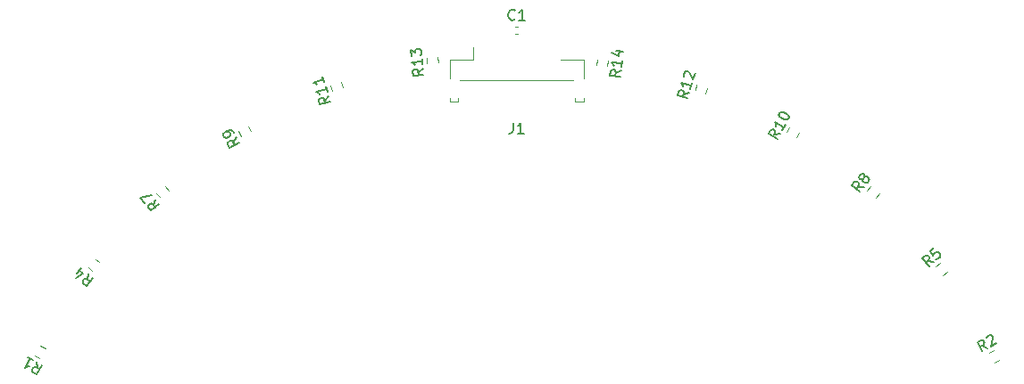
<source format=gbr>
%TF.GenerationSoftware,KiCad,Pcbnew,(6.0.4)*%
%TF.CreationDate,2022-09-17T01:55:58+09:00*%
%TF.ProjectId,robotrace_v1_Linesensor,726f626f-7472-4616-9365-5f76315f4c69,rev?*%
%TF.SameCoordinates,Original*%
%TF.FileFunction,Legend,Top*%
%TF.FilePolarity,Positive*%
%FSLAX46Y46*%
G04 Gerber Fmt 4.6, Leading zero omitted, Abs format (unit mm)*
G04 Created by KiCad (PCBNEW (6.0.4)) date 2022-09-17 01:55:58*
%MOMM*%
%LPD*%
G01*
G04 APERTURE LIST*
%ADD10C,0.150000*%
%ADD11C,0.120000*%
G04 APERTURE END LIST*
D10*
%TO.C,R5*%
X184538352Y-59464853D02*
X183975622Y-59319238D01*
X184103834Y-59835966D02*
X183454386Y-59075560D01*
X183744065Y-58828151D01*
X183847411Y-58802509D01*
X183914546Y-58807793D01*
X184012608Y-58849286D01*
X184105387Y-58957916D01*
X184131029Y-59061261D01*
X184125745Y-59128397D01*
X184084252Y-59226459D01*
X183794573Y-59473868D01*
X184576890Y-58116851D02*
X184214792Y-58426112D01*
X184487843Y-58819136D01*
X184493127Y-58752000D01*
X184534621Y-58653938D01*
X184715670Y-58499308D01*
X184819015Y-58473666D01*
X184886151Y-58478949D01*
X184984213Y-58520443D01*
X185138844Y-58701492D01*
X185164486Y-58804838D01*
X185159203Y-58871973D01*
X185117709Y-58970035D01*
X184936660Y-59124666D01*
X184833314Y-59150308D01*
X184766178Y-59145025D01*
%TO.C,R8*%
X177931154Y-52321852D02*
X177350979Y-52286286D01*
X177575431Y-52769057D02*
X176792823Y-52146542D01*
X177029972Y-51848406D01*
X177126526Y-51803515D01*
X177193436Y-51795891D01*
X177297614Y-51817912D01*
X177409415Y-51906842D01*
X177454306Y-52003396D01*
X177461929Y-52070307D01*
X177439909Y-52174485D01*
X177202761Y-52472621D01*
X177839672Y-51518925D02*
X177743118Y-51563815D01*
X177676207Y-51571439D01*
X177572030Y-51549419D01*
X177534763Y-51519775D01*
X177489872Y-51423221D01*
X177482249Y-51356310D01*
X177504269Y-51252133D01*
X177622843Y-51103064D01*
X177719397Y-51058174D01*
X177786308Y-51050550D01*
X177890485Y-51072570D01*
X177927752Y-51102214D01*
X177972643Y-51198768D01*
X177980266Y-51265679D01*
X177958246Y-51369856D01*
X177839672Y-51518925D01*
X177817652Y-51623102D01*
X177825276Y-51690013D01*
X177870166Y-51786567D01*
X178019234Y-51905141D01*
X178123412Y-51927161D01*
X178190323Y-51919538D01*
X178286877Y-51874647D01*
X178405451Y-51725579D01*
X178427471Y-51621401D01*
X178419848Y-51554491D01*
X178374957Y-51457937D01*
X178225889Y-51339362D01*
X178121711Y-51317342D01*
X178054800Y-51324966D01*
X177958246Y-51369856D01*
%TO.C,R12*%
X161380058Y-43338725D02*
X160828805Y-43523086D01*
X161217764Y-43886622D02*
X160258944Y-43602606D01*
X160367140Y-43237342D01*
X160439847Y-43159550D01*
X160499030Y-43127417D01*
X160603871Y-43108808D01*
X160740845Y-43149381D01*
X160818636Y-43222088D01*
X160850770Y-43281271D01*
X160869379Y-43386112D01*
X160761183Y-43751376D01*
X161650549Y-42425563D02*
X161488254Y-42973460D01*
X161569402Y-42699512D02*
X160610582Y-42415496D01*
X160720507Y-42547386D01*
X160784774Y-42665751D01*
X160803383Y-42770592D01*
X160891242Y-41803332D02*
X160859108Y-41744150D01*
X160840499Y-41639309D01*
X160908122Y-41411018D01*
X160980829Y-41333227D01*
X161040011Y-41301093D01*
X161144852Y-41282484D01*
X161236168Y-41309533D01*
X161359618Y-41395765D01*
X161745221Y-42105957D01*
X161921040Y-41512401D01*
%TO.C,R14*%
X154888683Y-41233335D02*
X154382736Y-41519493D01*
X154833914Y-41802133D02*
X153838517Y-41706287D01*
X153875030Y-41327088D01*
X153931558Y-41236853D01*
X153983522Y-41194017D01*
X154082886Y-41155745D01*
X154225085Y-41169438D01*
X154315321Y-41225966D01*
X154358156Y-41277930D01*
X154396428Y-41377293D01*
X154359915Y-41756492D01*
X154979964Y-40285338D02*
X154925195Y-40854136D01*
X154952580Y-40569737D02*
X153957184Y-40473892D01*
X154090255Y-40582384D01*
X154175926Y-40686311D01*
X154214198Y-40785675D01*
X154398520Y-39368245D02*
X155062118Y-39432142D01*
X153996501Y-39568731D02*
X154684678Y-39874191D01*
X154744011Y-39257994D01*
%TO.C,J1*%
X144666666Y-46202380D02*
X144666666Y-46916666D01*
X144619047Y-47059523D01*
X144523809Y-47154761D01*
X144380952Y-47202380D01*
X144285714Y-47202380D01*
X145666666Y-47202380D02*
X145095238Y-47202380D01*
X145380952Y-47202380D02*
X145380952Y-46202380D01*
X145285714Y-46345238D01*
X145190476Y-46440476D01*
X145095238Y-46488095D01*
%TO.C,C1*%
X144833333Y-36357142D02*
X144785714Y-36404761D01*
X144642857Y-36452380D01*
X144547619Y-36452380D01*
X144404761Y-36404761D01*
X144309523Y-36309523D01*
X144261904Y-36214285D01*
X144214285Y-36023809D01*
X144214285Y-35880952D01*
X144261904Y-35690476D01*
X144309523Y-35595238D01*
X144404761Y-35500000D01*
X144547619Y-35452380D01*
X144642857Y-35452380D01*
X144785714Y-35500000D01*
X144833333Y-35547619D01*
X145785714Y-36452380D02*
X145214285Y-36452380D01*
X145500000Y-36452380D02*
X145500000Y-35452380D01*
X145404761Y-35595238D01*
X145309523Y-35690476D01*
X145214285Y-35738095D01*
%TO.C,R11*%
X127145221Y-43644042D02*
X126783312Y-44098894D01*
X127307515Y-44191939D02*
X126348695Y-44475955D01*
X126240499Y-44110690D01*
X126259108Y-44005849D01*
X126291242Y-43946667D01*
X126369033Y-43873960D01*
X126506007Y-43833386D01*
X126610848Y-43851995D01*
X126670031Y-43884129D01*
X126742738Y-43961920D01*
X126850934Y-44327185D01*
X126874730Y-42730881D02*
X127037024Y-43278778D01*
X126955877Y-43004829D02*
X125997057Y-43288845D01*
X126161081Y-43339587D01*
X126279446Y-43403854D01*
X126352153Y-43481646D01*
X126604239Y-41817719D02*
X126766533Y-42365616D01*
X126685386Y-42091668D02*
X125726566Y-42375683D01*
X125890590Y-42426426D01*
X126008955Y-42490693D01*
X126081662Y-42568484D01*
%TO.C,R4*%
X104391821Y-60551629D02*
X104336028Y-61130209D01*
X104826338Y-60922742D02*
X104176890Y-61683148D01*
X103887212Y-61435739D01*
X103845718Y-61337677D01*
X103840435Y-61270541D01*
X103866077Y-61167195D01*
X103958855Y-61058566D01*
X104056917Y-61017072D01*
X104124053Y-61011789D01*
X104227399Y-61037431D01*
X104517077Y-61284840D01*
X103307079Y-60501896D02*
X103740044Y-59994959D01*
X103240719Y-60946205D02*
X103885660Y-60557689D01*
X103414932Y-60155649D01*
%TO.C,R2*%
X189673537Y-67631193D02*
X189148931Y-67380880D01*
X189176191Y-67912578D02*
X188683768Y-67042223D01*
X189015332Y-66854633D01*
X189121671Y-66849181D01*
X189186566Y-66867177D01*
X189274909Y-66926620D01*
X189345255Y-67050956D01*
X189350707Y-67157296D01*
X189332710Y-67222190D01*
X189273268Y-67310533D01*
X188941704Y-67498123D01*
X189559575Y-66656139D02*
X189577572Y-66591245D01*
X189637014Y-66502902D01*
X189844242Y-66385658D01*
X189950582Y-66380206D01*
X190015476Y-66398203D01*
X190103819Y-66457645D01*
X190150716Y-66540536D01*
X190179617Y-66688321D01*
X189963656Y-67467052D01*
X190502447Y-67162219D01*
%TO.C,R7*%
X110738659Y-53489016D02*
X110573493Y-54046321D01*
X111094382Y-53936221D02*
X110311773Y-54558736D01*
X110074625Y-54260599D01*
X110052605Y-54156422D01*
X110060228Y-54089511D01*
X110105119Y-53992957D01*
X110216920Y-53904026D01*
X110321098Y-53882006D01*
X110388008Y-53889630D01*
X110484563Y-53934520D01*
X110721711Y-54232657D01*
X109748546Y-53850662D02*
X109333536Y-53328923D01*
X110382936Y-53041812D01*
%TO.C,R1*%
X99463656Y-68932947D02*
X99519287Y-69511543D01*
X99961002Y-69214332D02*
X99468578Y-70084687D01*
X99137014Y-69897097D01*
X99077572Y-69808754D01*
X99059575Y-69743860D01*
X99065027Y-69637520D01*
X99135373Y-69513184D01*
X99223716Y-69453742D01*
X99288611Y-69435745D01*
X99394950Y-69441197D01*
X99726515Y-69628787D01*
X98634746Y-68463972D02*
X99132092Y-68745357D01*
X98883419Y-68604664D02*
X98390995Y-69475020D01*
X98544232Y-69397581D01*
X98674021Y-69361587D01*
X98780361Y-69367039D01*
%TO.C,R9*%
X118409799Y-47599249D02*
X118141330Y-48114800D01*
X118673656Y-48106113D02*
X117786645Y-48567861D01*
X117610741Y-48229952D01*
X117609003Y-48123487D01*
X117629254Y-48059261D01*
X117691743Y-47973046D01*
X117818459Y-47907082D01*
X117924924Y-47905344D01*
X117989151Y-47925595D01*
X118075365Y-47988084D01*
X118251270Y-48325993D01*
X118189919Y-47176863D02*
X118101967Y-47007909D01*
X118015752Y-46945420D01*
X117951526Y-46925169D01*
X117780834Y-46906656D01*
X117589891Y-46952369D01*
X117251982Y-47128274D01*
X117189493Y-47214488D01*
X117169243Y-47278715D01*
X117170980Y-47385180D01*
X117258932Y-47554135D01*
X117345147Y-47616624D01*
X117409374Y-47636874D01*
X117515839Y-47635137D01*
X117727032Y-47525197D01*
X117789521Y-47438982D01*
X117809772Y-47374756D01*
X117808034Y-47268290D01*
X117720082Y-47099336D01*
X117633867Y-47036847D01*
X117569641Y-47016596D01*
X117463175Y-47018333D01*
%TO.C,R10*%
X170036003Y-47218806D02*
X169459701Y-47294596D01*
X169772147Y-47725669D02*
X168885136Y-47263921D01*
X169061040Y-46926012D01*
X169147255Y-46863523D01*
X169211481Y-46843272D01*
X169317947Y-46845010D01*
X169444662Y-46910974D01*
X169507152Y-46997188D01*
X169527402Y-47061415D01*
X169525665Y-47167880D01*
X169349760Y-47505789D01*
X170475763Y-46374034D02*
X170211907Y-46880897D01*
X170343835Y-46627465D02*
X169456824Y-46165717D01*
X169539564Y-46316158D01*
X169580065Y-46444611D01*
X169578328Y-46551077D01*
X169874597Y-45363183D02*
X169918573Y-45278706D01*
X170004788Y-45216217D01*
X170069014Y-45195966D01*
X170175480Y-45197704D01*
X170366422Y-45243417D01*
X170577615Y-45353357D01*
X170724582Y-45483548D01*
X170787071Y-45569763D01*
X170807321Y-45633989D01*
X170805584Y-45740455D01*
X170761608Y-45824932D01*
X170675393Y-45887421D01*
X170611167Y-45907672D01*
X170504701Y-45905934D01*
X170313759Y-45860221D01*
X170102566Y-45750281D01*
X169955599Y-45620090D01*
X169893110Y-45533875D01*
X169872860Y-45469648D01*
X169874597Y-45363183D01*
%TO.C,R13*%
X136111913Y-41046538D02*
X135669863Y-41423978D01*
X136166682Y-41615336D02*
X135171286Y-41711182D01*
X135134773Y-41331983D01*
X135173045Y-41232620D01*
X135215880Y-41180656D01*
X135306116Y-41124128D01*
X135448315Y-41110435D01*
X135547679Y-41148707D01*
X135599643Y-41191543D01*
X135656171Y-41281778D01*
X135692684Y-41660977D01*
X136020631Y-40098542D02*
X136075400Y-40667340D01*
X136048016Y-40382941D02*
X135052620Y-40478787D01*
X135203947Y-40559894D01*
X135307875Y-40645565D01*
X135364403Y-40735801D01*
X134993286Y-39862589D02*
X134933953Y-39246391D01*
X135345101Y-39541677D01*
X135331408Y-39399478D01*
X135369680Y-39300114D01*
X135412516Y-39248150D01*
X135502751Y-39191622D01*
X135739750Y-39168802D01*
X135839114Y-39207073D01*
X135891078Y-39249909D01*
X135947606Y-39340145D01*
X135974990Y-39624544D01*
X135936719Y-39723907D01*
X135893883Y-39775871D01*
D11*
%TO.C,R5*%
X185445643Y-60662742D02*
X185833030Y-60331882D01*
X184766970Y-59868118D02*
X185154357Y-59537258D01*
%TO.C,R8*%
X178232518Y-52674085D02*
X178549657Y-52275387D01*
X179050343Y-53324613D02*
X179367482Y-52925915D01*
%TO.C,R12*%
X161926671Y-43095836D02*
X162071362Y-42607368D01*
X162928638Y-43392632D02*
X163073329Y-42904164D01*
%TO.C,R14*%
X153595680Y-40803631D02*
X153644509Y-40296528D01*
X152555491Y-40703472D02*
X152604320Y-40196369D01*
%TO.C,J1*%
X139450000Y-44150000D02*
X139450000Y-43850000D01*
X151350000Y-44150000D02*
X150550000Y-44150000D01*
X150550000Y-44150000D02*
X150550000Y-43850000D01*
X138650000Y-44150000D02*
X138650000Y-43850000D01*
X138650000Y-40200000D02*
X138650000Y-41950000D01*
X149160000Y-40200000D02*
X151350000Y-40200000D01*
X151350000Y-44150000D02*
X151350000Y-43850000D01*
X140840000Y-40200000D02*
X140840000Y-39000000D01*
X140840000Y-40200000D02*
X138650000Y-40200000D01*
X138650000Y-44150000D02*
X139450000Y-44150000D01*
X151350000Y-40300000D02*
X151350000Y-41950000D01*
X139600000Y-42150000D02*
X150400000Y-42150000D01*
%TO.C,C1*%
X145115835Y-37040000D02*
X144884165Y-37040000D01*
X145115835Y-37760000D02*
X144884165Y-37760000D01*
%TO.C,R11*%
X127471362Y-43142632D02*
X127326671Y-42654164D01*
X128473329Y-42845836D02*
X128328638Y-42357368D01*
%TO.C,R4*%
X105433030Y-59468118D02*
X105045643Y-59137258D01*
X104754357Y-60262742D02*
X104366970Y-59931882D01*
%TO.C,R2*%
X189821008Y-68070671D02*
X190264409Y-67819807D01*
X190335591Y-68980193D02*
X190778992Y-68729329D01*
%TO.C,R7*%
X111149657Y-53274613D02*
X110832518Y-52875915D01*
X111967482Y-52624085D02*
X111650343Y-52225387D01*
%TO.C,R1*%
X99764409Y-68580193D02*
X99321008Y-68329329D01*
X100278992Y-67670671D02*
X99835591Y-67419807D01*
%TO.C,R9*%
X119781082Y-46984679D02*
X119545845Y-46532793D01*
X118854155Y-47467207D02*
X118618918Y-47015321D01*
%TO.C,R10*%
X171545845Y-47567207D02*
X171781082Y-47115321D01*
X170618918Y-47084679D02*
X170854155Y-46632793D01*
%TO.C,R13*%
X136504320Y-40553631D02*
X136455491Y-40046528D01*
X137544509Y-40453472D02*
X137495680Y-39946369D01*
%TD*%
M02*

</source>
